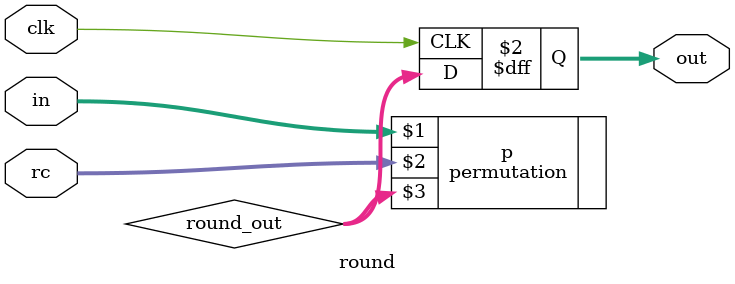
<source format=v>



// Single pipeline stage (or round) simple permutes the input according to
// the SHA3 algorithm and stores the output once per clock.

module round (
   input               clk,
   input      [1599:0] in,
   input         [6:0] rc,
   output reg [1599:0] out);

   wire [1599:0] round_out;
   
   permutation p (in, rc, round_out);

   always @ (posedge clk)
      out <= round_out;
        
endmodule

</source>
